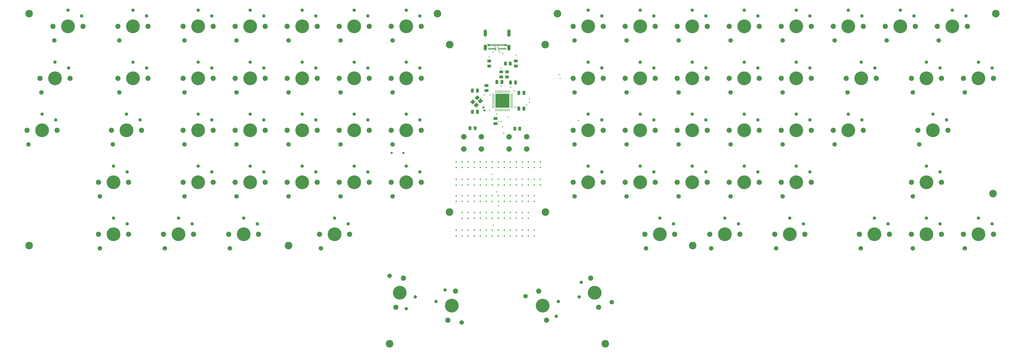
<source format=gbr>
%TF.GenerationSoftware,KiCad,Pcbnew,(6.0.10)*%
%TF.CreationDate,2023-02-11T23:58:45+13:00*%
%TF.ProjectId,orthoCode,6f727468-6f43-46f6-9465-2e6b69636164,rev?*%
%TF.SameCoordinates,Original*%
%TF.FileFunction,Soldermask,Top*%
%TF.FilePolarity,Negative*%
%FSLAX46Y46*%
G04 Gerber Fmt 4.6, Leading zero omitted, Abs format (unit mm)*
G04 Created by KiCad (PCBNEW (6.0.10)) date 2023-02-11 23:58:45*
%MOMM*%
%LPD*%
G01*
G04 APERTURE LIST*
G04 Aperture macros list*
%AMRoundRect*
0 Rectangle with rounded corners*
0 $1 Rounding radius*
0 $2 $3 $4 $5 $6 $7 $8 $9 X,Y pos of 4 corners*
0 Add a 4 corners polygon primitive as box body*
4,1,4,$2,$3,$4,$5,$6,$7,$8,$9,$2,$3,0*
0 Add four circle primitives for the rounded corners*
1,1,$1+$1,$2,$3*
1,1,$1+$1,$4,$5*
1,1,$1+$1,$6,$7*
1,1,$1+$1,$8,$9*
0 Add four rect primitives between the rounded corners*
20,1,$1+$1,$2,$3,$4,$5,0*
20,1,$1+$1,$4,$5,$6,$7,0*
20,1,$1+$1,$6,$7,$8,$9,0*
20,1,$1+$1,$8,$9,$2,$3,0*%
%AMRotRect*
0 Rectangle, with rotation*
0 The origin of the aperture is its center*
0 $1 length*
0 $2 width*
0 $3 Rotation angle, in degrees counterclockwise*
0 Add horizontal line*
21,1,$1,$2,0,0,$3*%
G04 Aperture macros list end*
%ADD10C,2.800000*%
%ADD11C,2.000000*%
%ADD12RoundRect,0.250000X0.250000X0.475000X-0.250000X0.475000X-0.250000X-0.475000X0.250000X-0.475000X0*%
%ADD13R,0.450000X0.600000*%
%ADD14C,1.900000*%
%ADD15C,1.250000*%
%ADD16C,5.050000*%
%ADD17C,1.650000*%
%ADD18RoundRect,0.250000X-0.250000X-0.475000X0.250000X-0.475000X0.250000X0.475000X-0.250000X0.475000X0*%
%ADD19RoundRect,0.250000X0.450000X-0.262500X0.450000X0.262500X-0.450000X0.262500X-0.450000X-0.262500X0*%
%ADD20RoundRect,0.250000X0.262500X0.450000X-0.262500X0.450000X-0.262500X-0.450000X0.262500X-0.450000X0*%
%ADD21RoundRect,0.250000X-0.262500X-0.450000X0.262500X-0.450000X0.262500X0.450000X-0.262500X0.450000X0*%
%ADD22R,0.300000X0.700000*%
%ADD23R,1.000000X0.700000*%
%ADD24O,1.200000X2.200000*%
%ADD25O,1.200000X2.700000*%
%ADD26O,1.200000X2.600000*%
%ADD27RoundRect,0.250000X0.475000X-0.250000X0.475000X0.250000X-0.475000X0.250000X-0.475000X-0.250000X0*%
%ADD28RoundRect,0.062500X-0.062500X0.475000X-0.062500X-0.475000X0.062500X-0.475000X0.062500X0.475000X0*%
%ADD29RoundRect,0.062500X-0.475000X0.062500X-0.475000X-0.062500X0.475000X-0.062500X0.475000X0.062500X0*%
%ADD30R,5.200000X5.200000*%
%ADD31RotRect,1.400000X1.200000X45.000000*%
%ADD32RoundRect,0.250000X-0.475000X0.250000X-0.475000X-0.250000X0.475000X-0.250000X0.475000X0.250000X0*%
%ADD33C,0.400000*%
%ADD34C,0.800000*%
G04 APERTURE END LIST*
D10*
%TO.C,HOLE_M2.6*%
X184900000Y-134800000D03*
X184900000Y-134800000D03*
%TD*%
%TO.C,HOLE_M2.6*%
X220100000Y-134800000D03*
X220100000Y-134800000D03*
%TD*%
%TO.C,HOLE_M2.6*%
X242000000Y-183000000D03*
X242000000Y-183000000D03*
%TD*%
%TO.C,HOLE_M2.6*%
X274000000Y-147000000D03*
X274000000Y-147000000D03*
%TD*%
%TO.C,HOLE_M2.6*%
X384000000Y-128000000D03*
X384000000Y-128000000D03*
%TD*%
%TO.C,HOLE_M2.6*%
X385000000Y-62000000D03*
X385000000Y-62000000D03*
%TD*%
%TO.C,HOLE_M2.6*%
X224500000Y-62000000D03*
X224500000Y-62000000D03*
%TD*%
%TO.C,HOLE_M2.6*%
X220000000Y-73400000D03*
X220000000Y-73400000D03*
%TD*%
%TO.C,HOLE_M2.6*%
X185000000Y-73400000D03*
X185000000Y-73400000D03*
%TD*%
%TO.C,HOLE_M2.6*%
X180500000Y-62000000D03*
X180500000Y-62000000D03*
%TD*%
%TO.C,HOLE_M2.6*%
X31000000Y-62000000D03*
X31000000Y-62000000D03*
%TD*%
%TO.C,HOLE_M2.6*%
X31000000Y-147000000D03*
X31000000Y-147000000D03*
%TD*%
%TO.C,HOLE_M2.6*%
X126000000Y-147000000D03*
X126000000Y-147000000D03*
%TD*%
%TO.C,HOLE_M2.6*%
X163000000Y-183000000D03*
X163000000Y-183000000D03*
%TD*%
D11*
%TO.C,BOOT1*%
X213250000Y-107150000D03*
X206750000Y-107150000D03*
X206750000Y-111650000D03*
X213250000Y-111650000D03*
%TD*%
D12*
%TO.C,C1*%
X195200000Y-98000000D03*
X193300000Y-98000000D03*
%TD*%
%TO.C,C2*%
X195200000Y-90250000D03*
X193300000Y-90250000D03*
%TD*%
D13*
%TO.C,D1:8*%
X202800000Y-141350000D03*
X202800000Y-143450000D03*
%TD*%
%TO.C,D1:1*%
X187400000Y-141350000D03*
X187400000Y-143450000D03*
%TD*%
%TO.C,D1:2*%
X189600000Y-141350000D03*
X189600000Y-143450000D03*
%TD*%
%TO.C,D1:3*%
X191800000Y-141350000D03*
X191800000Y-143450000D03*
%TD*%
%TO.C,D1:4*%
X194000000Y-141350000D03*
X194000000Y-143450000D03*
%TD*%
%TO.C,D1:5*%
X196200000Y-141350000D03*
X196200000Y-143450000D03*
%TD*%
%TO.C,D1:6*%
X198400000Y-141350000D03*
X198400000Y-143450000D03*
%TD*%
%TO.C,D1:7*%
X200600000Y-141350000D03*
X200600000Y-143450000D03*
%TD*%
%TO.C,D1:9*%
X216000000Y-141350000D03*
X216000000Y-143450000D03*
%TD*%
%TO.C,D1:10*%
X213800000Y-141350000D03*
X213800000Y-143450000D03*
%TD*%
%TO.C,D1:11*%
X211600000Y-141350000D03*
X211600000Y-143450000D03*
%TD*%
%TO.C,D1:12*%
X209400000Y-141350000D03*
X209400000Y-143450000D03*
%TD*%
%TO.C,D1:13*%
X207200000Y-141350000D03*
X207200000Y-143450000D03*
%TD*%
%TO.C,D1:14*%
X205000000Y-141350000D03*
X205000000Y-143450000D03*
%TD*%
%TO.C,D2:1*%
X200600000Y-134950000D03*
X200600000Y-137050000D03*
%TD*%
%TO.C,D2:2*%
X198400000Y-134950000D03*
X198400000Y-137050000D03*
%TD*%
%TO.C,D2:3*%
X196200000Y-134950000D03*
X196200000Y-137050000D03*
%TD*%
%TO.C,D2:4*%
X194000000Y-134950000D03*
X194000000Y-137050000D03*
%TD*%
%TO.C,D2:5*%
X191800000Y-134950000D03*
X191800000Y-137050000D03*
%TD*%
%TO.C,D2:6*%
X189600000Y-134950000D03*
X189600000Y-137050000D03*
%TD*%
%TO.C,D2:7*%
X213800000Y-134950000D03*
X213800000Y-137050000D03*
%TD*%
%TO.C,D2:8*%
X211600000Y-134950000D03*
X211600000Y-137050000D03*
%TD*%
%TO.C,D2:9*%
X209400000Y-134950000D03*
X209400000Y-137050000D03*
%TD*%
%TO.C,D2:10*%
X207200000Y-134950000D03*
X207200000Y-137050000D03*
%TD*%
%TO.C,D2:11*%
X205000000Y-134950000D03*
X205000000Y-137050000D03*
%TD*%
%TO.C,D2:13*%
X202800000Y-137050000D03*
X202800000Y-134950000D03*
%TD*%
%TO.C,D3:0*%
X187400000Y-130850000D03*
X187400000Y-128750000D03*
%TD*%
%TO.C,D3:1*%
X189600000Y-130850000D03*
X189600000Y-128750000D03*
%TD*%
%TO.C,D3:2*%
X191800000Y-130850000D03*
X191800000Y-128750000D03*
%TD*%
%TO.C,D3:3*%
X194000000Y-130850000D03*
X194000000Y-128750000D03*
%TD*%
%TO.C,D3:4*%
X196200000Y-130850000D03*
X196200000Y-128750000D03*
%TD*%
%TO.C,D3:5*%
X198400000Y-130850000D03*
X198400000Y-128750000D03*
%TD*%
%TO.C,D3:6*%
X200600000Y-130850000D03*
X200600000Y-128750000D03*
%TD*%
%TO.C,D3:7*%
X202800000Y-130850000D03*
X202800000Y-128750000D03*
%TD*%
%TO.C,D3:8*%
X205000000Y-130850000D03*
X205000000Y-128750000D03*
%TD*%
%TO.C,D3:9*%
X207200000Y-130850000D03*
X207200000Y-128750000D03*
%TD*%
%TO.C,D3:10*%
X209400000Y-128750000D03*
X209400000Y-130850000D03*
%TD*%
%TO.C,D3:11*%
X211600000Y-130850000D03*
X211600000Y-128750000D03*
%TD*%
%TO.C,D3:12*%
X213800000Y-130850000D03*
X213800000Y-128750000D03*
%TD*%
%TO.C,D3:13*%
X216000000Y-130850000D03*
X216000000Y-128750000D03*
%TD*%
%TO.C,D4:0*%
X187400000Y-124850000D03*
X187400000Y-122750000D03*
%TD*%
%TO.C,D4:1*%
X189600000Y-122750000D03*
X189600000Y-124850000D03*
%TD*%
%TO.C,D4:2*%
X191800000Y-124850000D03*
X191800000Y-122750000D03*
%TD*%
%TO.C,D4:3*%
X194000000Y-124850000D03*
X194000000Y-122750000D03*
%TD*%
%TO.C,D4:4*%
X196200000Y-124850000D03*
X196200000Y-122750000D03*
%TD*%
%TO.C,D4:5*%
X198400000Y-124850000D03*
X198400000Y-122750000D03*
%TD*%
%TO.C,D4:6*%
X200600000Y-124850000D03*
X200600000Y-122750000D03*
%TD*%
%TO.C,D4:7*%
X202800000Y-124850000D03*
X202800000Y-122750000D03*
%TD*%
%TO.C,D4:8*%
X205000000Y-124850000D03*
X205000000Y-122750000D03*
%TD*%
%TO.C,D4:9*%
X207200000Y-124850000D03*
X207200000Y-122750000D03*
%TD*%
%TO.C,D4:10*%
X209400000Y-124850000D03*
X209400000Y-122750000D03*
%TD*%
%TO.C,D4:11*%
X211600000Y-124850000D03*
X211600000Y-122750000D03*
%TD*%
%TO.C,D4:12*%
X213800000Y-124850000D03*
X213800000Y-122750000D03*
%TD*%
%TO.C,D4:13*%
X216000000Y-124850000D03*
X216000000Y-122750000D03*
%TD*%
%TO.C,D4:14*%
X218200000Y-124850000D03*
X218200000Y-122750000D03*
%TD*%
%TO.C,D5:0*%
X187400000Y-118450000D03*
X187400000Y-116350000D03*
%TD*%
%TO.C,D5:1*%
X189600000Y-118450000D03*
X189600000Y-116350000D03*
%TD*%
%TO.C,D5:2*%
X191800000Y-118450000D03*
X191800000Y-116350000D03*
%TD*%
%TO.C,D5:3*%
X194000000Y-118450000D03*
X194000000Y-116350000D03*
%TD*%
%TO.C,D5:4*%
X196200000Y-118450000D03*
X196200000Y-116350000D03*
%TD*%
%TO.C,D5:5*%
X198400000Y-118450000D03*
X198400000Y-116350000D03*
%TD*%
%TO.C,D5:6*%
X200600000Y-118450000D03*
X200600000Y-116350000D03*
%TD*%
%TO.C,D5:7*%
X202800000Y-118450000D03*
X202800000Y-116350000D03*
%TD*%
%TO.C,D5:8*%
X205000000Y-118450000D03*
X205000000Y-116350000D03*
%TD*%
%TO.C,D5:9*%
X207200000Y-118450000D03*
X207200000Y-116350000D03*
%TD*%
%TO.C,D5:10*%
X209400000Y-118450000D03*
X209400000Y-116350000D03*
%TD*%
%TO.C,D5:11*%
X211600000Y-118450000D03*
X211600000Y-116350000D03*
%TD*%
%TO.C,D5:12*%
X213800000Y-118450000D03*
X213800000Y-116350000D03*
%TD*%
%TO.C,D5:13*%
X216000000Y-118450000D03*
X216000000Y-116350000D03*
%TD*%
%TO.C,D5:14*%
X218200000Y-118450000D03*
X218200000Y-116350000D03*
%TD*%
D14*
%TO.C,K1:8*%
X239548505Y-169618842D03*
X236701495Y-158993658D03*
D15*
X232426038Y-165833282D03*
D16*
X238125000Y-164306250D03*
D17*
X244393613Y-167802961D03*
D15*
X233160387Y-160460133D03*
%TD*%
D14*
%TO.C,K1:1*%
X67412500Y-142875000D03*
D15*
X66912500Y-139075000D03*
D16*
X61912500Y-142875000D03*
D14*
X56412500Y-142875000D03*
D17*
X56912500Y-148025000D03*
D15*
X61912500Y-136975000D03*
%TD*%
D14*
%TO.C,K1:2*%
X91225000Y-142875000D03*
D16*
X85725000Y-142875000D03*
D15*
X90725000Y-139075000D03*
D14*
X80225000Y-142875000D03*
D15*
X85725000Y-136975000D03*
D17*
X80725000Y-148025000D03*
%TD*%
%TO.C,K1:3*%
X104537500Y-148025000D03*
D15*
X109537500Y-136975000D03*
D14*
X104037500Y-142875000D03*
X115037500Y-142875000D03*
D15*
X114537500Y-139075000D03*
D16*
X109537500Y-142875000D03*
%TD*%
D14*
%TO.C,K1:4*%
X137375000Y-142875000D03*
D17*
X137875000Y-148025000D03*
D15*
X147875000Y-139075000D03*
X142875000Y-136975000D03*
D16*
X142875000Y-142875000D03*
D14*
X148375000Y-142875000D03*
%TD*%
D17*
%TO.C,K1:5*%
X163007077Y-158143703D03*
D14*
X168111005Y-158993658D03*
D16*
X166687500Y-164306250D03*
D14*
X165263995Y-169618842D03*
D15*
X172386462Y-165833282D03*
X169063923Y-170119392D03*
%TD*%
D14*
%TO.C,K1:6*%
X187161005Y-163756158D03*
D15*
X183361077Y-163255608D03*
X180038538Y-167541718D03*
D14*
X184313995Y-174381342D03*
D17*
X189417923Y-175231297D03*
D16*
X185737500Y-169068750D03*
%TD*%
D15*
%TO.C,K1:7*%
X224039613Y-172914867D03*
D14*
X217651495Y-163756158D03*
D15*
X224773962Y-167541718D03*
D14*
X220498505Y-174381342D03*
D17*
X212806387Y-165572039D03*
D16*
X219075000Y-169068750D03*
%TD*%
D14*
%TO.C,K1:9*%
X267437500Y-142875000D03*
X256437500Y-142875000D03*
D15*
X266937500Y-139075000D03*
X261937500Y-136975000D03*
D17*
X256937500Y-148025000D03*
D16*
X261937500Y-142875000D03*
%TD*%
D14*
%TO.C,K1:10*%
X280250000Y-142875000D03*
D15*
X285750000Y-136975000D03*
D14*
X291250000Y-142875000D03*
D17*
X280750000Y-148025000D03*
D15*
X290750000Y-139075000D03*
D16*
X285750000Y-142875000D03*
%TD*%
%TO.C,K1:11*%
X309562500Y-142875000D03*
D15*
X314562500Y-139075000D03*
X309562500Y-136975000D03*
D14*
X304062500Y-142875000D03*
D17*
X304562500Y-148025000D03*
D14*
X315062500Y-142875000D03*
%TD*%
D15*
%TO.C,K1:12*%
X345518750Y-139075000D03*
D16*
X340518750Y-142875000D03*
D14*
X335018750Y-142875000D03*
D15*
X340518750Y-136975000D03*
D17*
X335518750Y-148025000D03*
D14*
X346018750Y-142875000D03*
%TD*%
D15*
%TO.C,K1:13*%
X364568750Y-139075000D03*
D14*
X354068750Y-142875000D03*
D15*
X359568750Y-136975000D03*
D14*
X365068750Y-142875000D03*
D16*
X359568750Y-142875000D03*
D17*
X354568750Y-148025000D03*
%TD*%
D16*
%TO.C,K1:14*%
X378618750Y-142875000D03*
D15*
X378618750Y-136975000D03*
D14*
X384118750Y-142875000D03*
D15*
X383618750Y-139075000D03*
D17*
X373618750Y-148025000D03*
D14*
X373118750Y-142875000D03*
%TD*%
%TO.C,K2:2*%
X87368750Y-123825000D03*
D17*
X87868750Y-128975000D03*
D16*
X92868750Y-123825000D03*
D15*
X97868750Y-120025000D03*
D14*
X98368750Y-123825000D03*
D15*
X92868750Y-117925000D03*
%TD*%
D17*
%TO.C,K2:3*%
X106918750Y-128975000D03*
D16*
X111918750Y-123825000D03*
D15*
X116918750Y-120025000D03*
X111918750Y-117925000D03*
D14*
X106418750Y-123825000D03*
X117418750Y-123825000D03*
%TD*%
%TO.C,K2:4*%
X136468750Y-123825000D03*
D15*
X135968750Y-120025000D03*
D14*
X125468750Y-123825000D03*
D17*
X125968750Y-128975000D03*
D15*
X130968750Y-117925000D03*
D16*
X130968750Y-123825000D03*
%TD*%
D17*
%TO.C,K2:5*%
X145018750Y-128975000D03*
D14*
X144518750Y-123825000D03*
D16*
X150018750Y-123825000D03*
D15*
X150018750Y-117925000D03*
X155018750Y-120025000D03*
D14*
X155518750Y-123825000D03*
%TD*%
D15*
%TO.C,K2:6*%
X174068750Y-120025000D03*
D14*
X174568750Y-123825000D03*
X163568750Y-123825000D03*
D16*
X169068750Y-123825000D03*
D17*
X164068750Y-128975000D03*
D15*
X169068750Y-117925000D03*
%TD*%
D16*
%TO.C,K2:7*%
X235743750Y-123825000D03*
D15*
X235743750Y-117925000D03*
X240743750Y-120025000D03*
D17*
X230743750Y-128975000D03*
D14*
X241243750Y-123825000D03*
X230243750Y-123825000D03*
%TD*%
D15*
%TO.C,K2:8*%
X254793750Y-117925000D03*
D14*
X249293750Y-123825000D03*
D16*
X254793750Y-123825000D03*
D14*
X260293750Y-123825000D03*
D17*
X249793750Y-128975000D03*
D15*
X259793750Y-120025000D03*
%TD*%
D14*
%TO.C,K2:9*%
X279343750Y-123825000D03*
D16*
X273843750Y-123825000D03*
D14*
X268343750Y-123825000D03*
D15*
X273843750Y-117925000D03*
X278843750Y-120025000D03*
D17*
X268843750Y-128975000D03*
%TD*%
D15*
%TO.C,K2:10*%
X297893750Y-120025000D03*
D16*
X292893750Y-123825000D03*
D15*
X292893750Y-117925000D03*
D14*
X287393750Y-123825000D03*
D17*
X287893750Y-128975000D03*
D14*
X298393750Y-123825000D03*
%TD*%
D15*
%TO.C,K2:11*%
X316943750Y-120025000D03*
D16*
X311943750Y-123825000D03*
D14*
X317443750Y-123825000D03*
D15*
X311943750Y-117925000D03*
D17*
X306943750Y-128975000D03*
D14*
X306443750Y-123825000D03*
%TD*%
%TO.C,K2:13*%
X354068750Y-123825000D03*
X365068750Y-123825000D03*
D16*
X359568750Y-123825000D03*
D17*
X354568750Y-128975000D03*
D15*
X359568750Y-117925000D03*
X364568750Y-120025000D03*
%TD*%
D14*
%TO.C,K3:0*%
X41218750Y-104775000D03*
X30218750Y-104775000D03*
D16*
X35718750Y-104775000D03*
D15*
X40718750Y-100975000D03*
D17*
X30718750Y-109925000D03*
D15*
X35718750Y-98875000D03*
%TD*%
D17*
%TO.C,K3:1*%
X61675000Y-109925000D03*
D14*
X72175000Y-104775000D03*
X61175000Y-104775000D03*
D15*
X71675000Y-100975000D03*
D16*
X66675000Y-104775000D03*
D15*
X66675000Y-98875000D03*
%TD*%
%TO.C,K3:2*%
X97868750Y-100975000D03*
D17*
X87868750Y-109925000D03*
D14*
X87368750Y-104775000D03*
D16*
X92868750Y-104775000D03*
D15*
X92868750Y-98875000D03*
D14*
X98368750Y-104775000D03*
%TD*%
D15*
%TO.C,K3:3*%
X116918750Y-100975000D03*
X111918750Y-98875000D03*
D14*
X117418750Y-104775000D03*
D17*
X106918750Y-109925000D03*
D16*
X111918750Y-104775000D03*
D14*
X106418750Y-104775000D03*
%TD*%
D15*
%TO.C,K3:4*%
X135968750Y-100975000D03*
D14*
X125468750Y-104775000D03*
X136468750Y-104775000D03*
D16*
X130968750Y-104775000D03*
D15*
X130968750Y-98875000D03*
D17*
X125968750Y-109925000D03*
%TD*%
D15*
%TO.C,K3:5*%
X150018750Y-98875000D03*
D14*
X155518750Y-104775000D03*
D17*
X145018750Y-109925000D03*
D14*
X144518750Y-104775000D03*
D15*
X155018750Y-100975000D03*
D16*
X150018750Y-104775000D03*
%TD*%
D17*
%TO.C,K3:6*%
X164068750Y-109925000D03*
D16*
X169068750Y-104775000D03*
D15*
X169068750Y-98875000D03*
D14*
X163568750Y-104775000D03*
X174568750Y-104775000D03*
D15*
X174068750Y-100975000D03*
%TD*%
D14*
%TO.C,K3:7*%
X230243750Y-104775000D03*
D17*
X230743750Y-109925000D03*
D14*
X241243750Y-104775000D03*
D15*
X240743750Y-100975000D03*
X235743750Y-98875000D03*
D16*
X235743750Y-104775000D03*
%TD*%
D14*
%TO.C,K3:8*%
X249293750Y-104775000D03*
D15*
X254793750Y-98875000D03*
X259793750Y-100975000D03*
D14*
X260293750Y-104775000D03*
D17*
X249793750Y-109925000D03*
D16*
X254793750Y-104775000D03*
%TD*%
D17*
%TO.C,K3:9*%
X268843750Y-109925000D03*
D15*
X273843750Y-98875000D03*
D16*
X273843750Y-104775000D03*
D14*
X268343750Y-104775000D03*
D15*
X278843750Y-100975000D03*
D14*
X279343750Y-104775000D03*
%TD*%
%TO.C,K3:10*%
X298393750Y-104775000D03*
D15*
X297893750Y-100975000D03*
D16*
X292893750Y-104775000D03*
D17*
X287893750Y-109925000D03*
D14*
X287393750Y-104775000D03*
D15*
X292893750Y-98875000D03*
%TD*%
D17*
%TO.C,K3:11*%
X306943750Y-109925000D03*
D15*
X311943750Y-98875000D03*
D14*
X317443750Y-104775000D03*
D15*
X316943750Y-100975000D03*
D14*
X306443750Y-104775000D03*
D16*
X311943750Y-104775000D03*
%TD*%
D15*
%TO.C,K3:12*%
X335993750Y-100975000D03*
D14*
X325493750Y-104775000D03*
D16*
X330993750Y-104775000D03*
D15*
X330993750Y-98875000D03*
D14*
X336493750Y-104775000D03*
D17*
X325993750Y-109925000D03*
%TD*%
D14*
%TO.C,K3:13*%
X356450000Y-104775000D03*
D17*
X356950000Y-109925000D03*
D16*
X361950000Y-104775000D03*
D15*
X361950000Y-98875000D03*
X366950000Y-100975000D03*
D14*
X367450000Y-104775000D03*
%TD*%
%TO.C,K4:0*%
X34981250Y-85725000D03*
D16*
X40481250Y-85725000D03*
D15*
X40481250Y-79825000D03*
D17*
X35481250Y-90875000D03*
D14*
X45981250Y-85725000D03*
D15*
X45481250Y-81925000D03*
%TD*%
D14*
%TO.C,K4:1*%
X74556250Y-85725000D03*
D15*
X69056250Y-79825000D03*
D16*
X69056250Y-85725000D03*
D14*
X63556250Y-85725000D03*
D15*
X74056250Y-81925000D03*
D17*
X64056250Y-90875000D03*
%TD*%
D15*
%TO.C,K4:2*%
X97868750Y-81925000D03*
D17*
X87868750Y-90875000D03*
D14*
X98368750Y-85725000D03*
X87368750Y-85725000D03*
D15*
X92868750Y-79825000D03*
D16*
X92868750Y-85725000D03*
%TD*%
D14*
%TO.C,K4:3*%
X117418750Y-85725000D03*
D15*
X116918750Y-81925000D03*
D14*
X106418750Y-85725000D03*
D15*
X111918750Y-79825000D03*
D16*
X111918750Y-85725000D03*
D17*
X106918750Y-90875000D03*
%TD*%
D15*
%TO.C,K4:4*%
X130968750Y-79825000D03*
D17*
X125968750Y-90875000D03*
D14*
X136468750Y-85725000D03*
D15*
X135968750Y-81925000D03*
D14*
X125468750Y-85725000D03*
D16*
X130968750Y-85725000D03*
%TD*%
D14*
%TO.C,K4:5*%
X155518750Y-85725000D03*
X144518750Y-85725000D03*
D16*
X150018750Y-85725000D03*
D17*
X145018750Y-90875000D03*
D15*
X155018750Y-81925000D03*
X150018750Y-79825000D03*
%TD*%
%TO.C,K4:6*%
X174068750Y-81925000D03*
X169068750Y-79825000D03*
D14*
X163568750Y-85725000D03*
D16*
X169068750Y-85725000D03*
D17*
X164068750Y-90875000D03*
D14*
X174568750Y-85725000D03*
%TD*%
%TO.C,K4:7*%
X230243750Y-85725000D03*
D17*
X230743750Y-90875000D03*
D14*
X241243750Y-85725000D03*
D15*
X240743750Y-81925000D03*
D16*
X235743750Y-85725000D03*
D15*
X235743750Y-79825000D03*
%TD*%
D16*
%TO.C,K4:8*%
X254793750Y-85725000D03*
D17*
X249793750Y-90875000D03*
D15*
X259793750Y-81925000D03*
X254793750Y-79825000D03*
D14*
X260293750Y-85725000D03*
X249293750Y-85725000D03*
%TD*%
D15*
%TO.C,K4:9*%
X278843750Y-81925000D03*
D14*
X268343750Y-85725000D03*
D15*
X273843750Y-79825000D03*
D17*
X268843750Y-90875000D03*
D14*
X279343750Y-85725000D03*
D16*
X273843750Y-85725000D03*
%TD*%
D17*
%TO.C,K4:10*%
X287893750Y-90875000D03*
D15*
X297893750Y-81925000D03*
X292893750Y-79825000D03*
D16*
X292893750Y-85725000D03*
D14*
X287393750Y-85725000D03*
X298393750Y-85725000D03*
%TD*%
D16*
%TO.C,K4:11*%
X311943750Y-85725000D03*
D14*
X317443750Y-85725000D03*
D17*
X306943750Y-90875000D03*
D14*
X306443750Y-85725000D03*
D15*
X311943750Y-79825000D03*
X316943750Y-81925000D03*
%TD*%
D14*
%TO.C,K4:12*%
X341256250Y-85725000D03*
D15*
X335756250Y-79825000D03*
X340756250Y-81925000D03*
D16*
X335756250Y-85725000D03*
D17*
X330756250Y-90875000D03*
D14*
X330256250Y-85725000D03*
%TD*%
%TO.C,K4:13*%
X354068750Y-85725000D03*
D15*
X364568750Y-81925000D03*
D14*
X365068750Y-85725000D03*
D16*
X359568750Y-85725000D03*
D17*
X354568750Y-90875000D03*
D15*
X359568750Y-79825000D03*
%TD*%
D14*
%TO.C,K4:14*%
X373118750Y-85725000D03*
X384118750Y-85725000D03*
D15*
X383618750Y-81925000D03*
X378618750Y-79825000D03*
D17*
X373618750Y-90875000D03*
D16*
X378618750Y-85725000D03*
%TD*%
D15*
%TO.C,K5:0*%
X45243750Y-60775000D03*
D14*
X50743750Y-66675000D03*
X39743750Y-66675000D03*
D15*
X50243750Y-62875000D03*
D17*
X40243750Y-71825000D03*
D16*
X45243750Y-66675000D03*
%TD*%
D15*
%TO.C,K5:1*%
X69056250Y-60775000D03*
D14*
X74556250Y-66675000D03*
D16*
X69056250Y-66675000D03*
D14*
X63556250Y-66675000D03*
D15*
X74056250Y-62875000D03*
D17*
X64056250Y-71825000D03*
%TD*%
D15*
%TO.C,K5:2*%
X92868750Y-60775000D03*
X97868750Y-62875000D03*
D16*
X92868750Y-66675000D03*
D14*
X87368750Y-66675000D03*
D17*
X87868750Y-71825000D03*
D14*
X98368750Y-66675000D03*
%TD*%
%TO.C,K5:3*%
X117418750Y-66675000D03*
X106418750Y-66675000D03*
D15*
X116918750Y-62875000D03*
D17*
X106918750Y-71825000D03*
D16*
X111918750Y-66675000D03*
D15*
X111918750Y-60775000D03*
%TD*%
%TO.C,K5:4*%
X135968750Y-62875000D03*
D14*
X125468750Y-66675000D03*
D15*
X130968750Y-60775000D03*
D17*
X125968750Y-71825000D03*
D16*
X130968750Y-66675000D03*
D14*
X136468750Y-66675000D03*
%TD*%
%TO.C,K5:5*%
X155518750Y-66675000D03*
D15*
X155018750Y-62875000D03*
D16*
X150018750Y-66675000D03*
D15*
X150018750Y-60775000D03*
D14*
X144518750Y-66675000D03*
D17*
X145018750Y-71825000D03*
%TD*%
D15*
%TO.C,K5:6*%
X169068750Y-60775000D03*
D14*
X174568750Y-66675000D03*
D15*
X174068750Y-62875000D03*
D16*
X169068750Y-66675000D03*
D17*
X164068750Y-71825000D03*
D14*
X163568750Y-66675000D03*
%TD*%
%TO.C,K5:7*%
X230243750Y-66675000D03*
D15*
X235743750Y-60775000D03*
D16*
X235743750Y-66675000D03*
D14*
X241243750Y-66675000D03*
D15*
X240743750Y-62875000D03*
D17*
X230743750Y-71825000D03*
%TD*%
D14*
%TO.C,K5:8*%
X260293750Y-66675000D03*
D17*
X249793750Y-71825000D03*
D14*
X249293750Y-66675000D03*
D15*
X254793750Y-60775000D03*
D16*
X254793750Y-66675000D03*
D15*
X259793750Y-62875000D03*
%TD*%
%TO.C,K5:9*%
X278843750Y-62875000D03*
D16*
X273843750Y-66675000D03*
D14*
X279343750Y-66675000D03*
D15*
X273843750Y-60775000D03*
D17*
X268843750Y-71825000D03*
D14*
X268343750Y-66675000D03*
%TD*%
%TO.C,K5:10*%
X298393750Y-66675000D03*
D15*
X297893750Y-62875000D03*
D14*
X287393750Y-66675000D03*
D16*
X292893750Y-66675000D03*
D15*
X292893750Y-60775000D03*
D17*
X287893750Y-71825000D03*
%TD*%
D14*
%TO.C,K5:11*%
X317443750Y-66675000D03*
D15*
X311943750Y-60775000D03*
D14*
X306443750Y-66675000D03*
D17*
X306943750Y-71825000D03*
D16*
X311943750Y-66675000D03*
D15*
X316943750Y-62875000D03*
%TD*%
%TO.C,K5:12*%
X335993750Y-62875000D03*
X330993750Y-60775000D03*
D14*
X336493750Y-66675000D03*
X325493750Y-66675000D03*
D16*
X330993750Y-66675000D03*
D17*
X325993750Y-71825000D03*
%TD*%
D16*
%TO.C,K5:13*%
X350043750Y-66675000D03*
D14*
X344543750Y-66675000D03*
D15*
X355043750Y-62875000D03*
D14*
X355543750Y-66675000D03*
D15*
X350043750Y-60775000D03*
D17*
X345043750Y-71825000D03*
%TD*%
%TO.C,K5:14*%
X364093750Y-71825000D03*
D16*
X369093750Y-66675000D03*
D15*
X369093750Y-60775000D03*
D14*
X363593750Y-66675000D03*
D15*
X374093750Y-62875000D03*
D14*
X374593750Y-66675000D03*
%TD*%
D11*
%TO.C,RESET1*%
X190150000Y-111650000D03*
X196650000Y-111650000D03*
X196650000Y-107150000D03*
X190150000Y-107150000D03*
%TD*%
D16*
%TO.C,K2:1*%
X61912500Y-123825000D03*
D14*
X67412500Y-123825000D03*
D15*
X61912500Y-117925000D03*
X66912500Y-120025000D03*
D17*
X56912500Y-128975000D03*
D14*
X56412500Y-123825000D03*
%TD*%
D18*
%TO.C,C4*%
X210300000Y-91062500D03*
X212200000Y-91062500D03*
%TD*%
%TO.C,C7*%
X207250000Y-87300000D03*
X209150000Y-87300000D03*
%TD*%
%TO.C,C3*%
X210300000Y-96812500D03*
X212200000Y-96812500D03*
%TD*%
D19*
%TO.C,R1*%
X209250000Y-81225000D03*
X209250000Y-79400000D03*
%TD*%
%TO.C,R2*%
X199500000Y-81225000D03*
X199500000Y-79400000D03*
%TD*%
%TO.C,R3*%
X206000000Y-85212500D03*
X206000000Y-83387500D03*
%TD*%
%TO.C,R4*%
X203900000Y-85212500D03*
X203900000Y-83387500D03*
%TD*%
D20*
%TO.C,R5*%
X207212500Y-80300000D03*
X205387500Y-80300000D03*
%TD*%
%TO.C,R7*%
X194312500Y-104000000D03*
X192487500Y-104000000D03*
%TD*%
D18*
%TO.C,C8*%
X202250000Y-87100000D03*
X204150000Y-87100000D03*
%TD*%
D21*
%TO.C,R8*%
X208887500Y-104200000D03*
X210712500Y-104200000D03*
%TD*%
D22*
%TO.C,USB1*%
X205400000Y-74882500D03*
X204900000Y-74882500D03*
X204400000Y-74882500D03*
X203900000Y-74882500D03*
X203400000Y-74882500D03*
X202900000Y-74882500D03*
X201900000Y-74882500D03*
X201400000Y-74882500D03*
X200900000Y-74882500D03*
X200400000Y-74882500D03*
X199900000Y-74882500D03*
X199400000Y-74882500D03*
D23*
X199300000Y-73582500D03*
D22*
X200150000Y-73582500D03*
X200650000Y-73582500D03*
X201150000Y-73582500D03*
X201650000Y-73582500D03*
X202150000Y-73582500D03*
X202650000Y-73582500D03*
X203150000Y-73582500D03*
X203650000Y-73582500D03*
X204150000Y-73582500D03*
X204650000Y-73582500D03*
D23*
X205500000Y-73582500D03*
D24*
X206720000Y-74472500D03*
X198080000Y-74472500D03*
D25*
X206720000Y-69112500D03*
D26*
X198080000Y-69112500D03*
%TD*%
D27*
%TO.C,C5*%
X198500000Y-90262500D03*
X198500000Y-88362500D03*
%TD*%
D28*
%TO.C,U2*%
X206850000Y-90625000D03*
X206350000Y-90625000D03*
X205850000Y-90625000D03*
X205350000Y-90625000D03*
X204850000Y-90625000D03*
X204350000Y-90625000D03*
X203850000Y-90625000D03*
X203350000Y-90625000D03*
X202850000Y-90625000D03*
X202350000Y-90625000D03*
X201850000Y-90625000D03*
D29*
X201012500Y-91462500D03*
X201012500Y-91962500D03*
X201012500Y-92462500D03*
X201012500Y-92962500D03*
X201012500Y-93462500D03*
X201012500Y-93962500D03*
X201012500Y-94462500D03*
X201012500Y-94962500D03*
X201012500Y-95462500D03*
X201012500Y-95962500D03*
X201012500Y-96462500D03*
D28*
X201850000Y-97300000D03*
X202350000Y-97300000D03*
X202850000Y-97300000D03*
X203350000Y-97300000D03*
X203850000Y-97300000D03*
X204350000Y-97300000D03*
X204850000Y-97300000D03*
X205350000Y-97300000D03*
X205850000Y-97300000D03*
X206350000Y-97300000D03*
X206850000Y-97300000D03*
D29*
X207687500Y-96462500D03*
X207687500Y-95962500D03*
X207687500Y-95462500D03*
X207687500Y-94962500D03*
X207687500Y-94462500D03*
X207687500Y-93962500D03*
X207687500Y-93462500D03*
X207687500Y-92962500D03*
X207687500Y-92462500D03*
X207687500Y-91962500D03*
X207687500Y-91462500D03*
D30*
X204350000Y-93962500D03*
%TD*%
D31*
%TO.C,X1*%
X194723223Y-95578858D03*
X196278858Y-94023223D03*
X195076777Y-92821142D03*
X193521142Y-94376777D03*
%TD*%
D32*
%TO.C,C6*%
X201800000Y-100450000D03*
X201800000Y-102350000D03*
%TD*%
D33*
X200900000Y-76100000D03*
X204500000Y-76700000D03*
D34*
X163800000Y-113100000D03*
X168100000Y-113100000D03*
X197700000Y-97500000D03*
X197400000Y-96400000D03*
D33*
X213200000Y-95400000D03*
X225000000Y-84400000D03*
X214200000Y-93200000D03*
X214200000Y-94600000D03*
X225500000Y-85700000D03*
X232200000Y-101200000D03*
X206400000Y-100000000D03*
X199800000Y-91800000D03*
X199700000Y-97500000D03*
X203800000Y-101600000D03*
X201000000Y-139600000D03*
X202800000Y-132400000D03*
X204400000Y-103600000D03*
X202400000Y-127400000D03*
X204800000Y-105800000D03*
X200400000Y-121000000D03*
X202800000Y-101600000D03*
X209000000Y-96200000D03*
X208600000Y-90400000D03*
X202200000Y-98800000D03*
X207400000Y-89000000D03*
X197600000Y-91800000D03*
X203800000Y-88600000D03*
X209200000Y-77300000D03*
X203400000Y-76200000D03*
X201639456Y-74143143D03*
X199500000Y-77900000D03*
X201900000Y-75500000D03*
X202600000Y-74200000D03*
X202900000Y-75700000D03*
X203700000Y-82100000D03*
M02*

</source>
